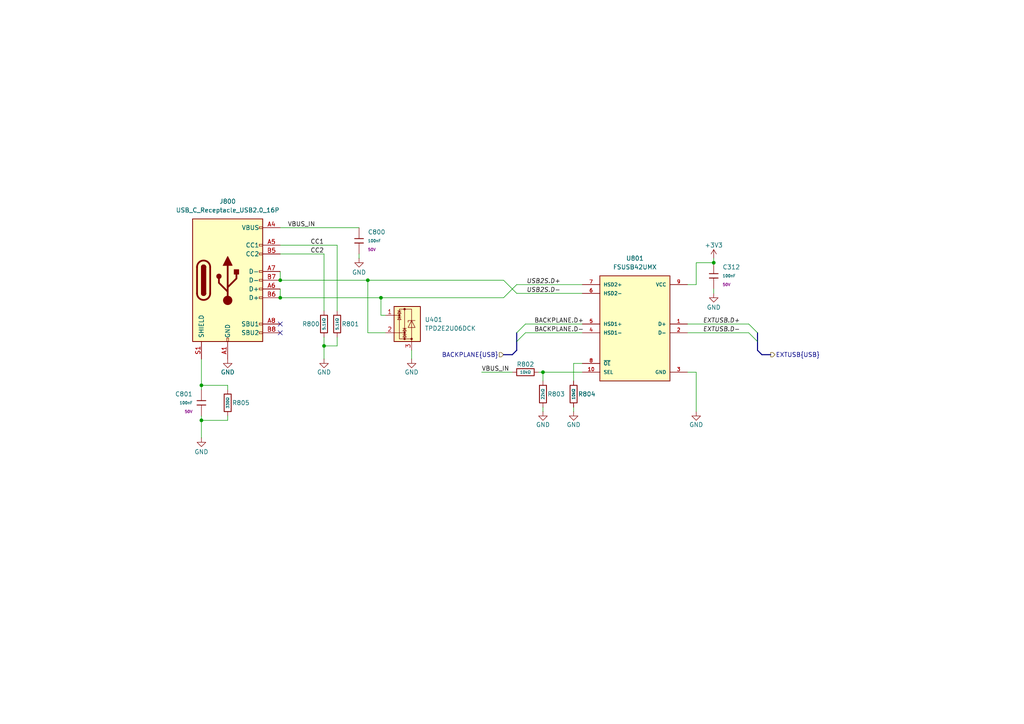
<source format=kicad_sch>
(kicad_sch (version 20250114) (generator "eeschema") (generator_version "9.0")
  (paper "A4")
  (title_block (title "ModuCard power supply unit") (date "2025-08-05") (rev "0") (company "KoNaR") (comment 1 "Base project authors: Dominik Pluta, Artem Horiunov") (comment 2 "Project author: Maciej Chodowiec"))
  (lib_symbols
    (symbol "Connector:USB_C_Receptacle_USB2.0_16P" (pin_names (offset 1.016))
      (property "Reference" "J" (at 0 22.225 0))
      (property "Value" "USB_C_Receptacle_USB2.0_16P" (at 0 19.685 0))
      (symbol "USB_C_Receptacle_USB2.0_16P_0_0"
        (rectangle (start -0.254 -17.78) (end 0.254 -16.764))
        (rectangle (start 10.16 15.494) (end 9.144 14.986))
        (rectangle (start 10.16 10.414) (end 9.144 9.906))
        (rectangle (start 10.16 7.874) (end 9.144 7.366))
        (rectangle (start 10.16 2.794) (end 9.144 2.286))
        (rectangle (start 10.16 0.254) (end 9.144 -0.254))
        (rectangle (start 10.16 -2.286) (end 9.144 -2.794))
        (rectangle (start 10.16 -4.826) (end 9.144 -5.334))
        (rectangle (start 10.16 -12.446) (end 9.144 -12.954))
        (rectangle (start 10.16 -14.986) (end 9.144 -15.494))
      )
      (symbol "USB_C_Receptacle_USB2.0_16P_0_1"
        (rectangle (start -10.16 17.78) (end 10.16 -17.78) (stroke (width 0.254)) (fill (type background)))
        (polyline (pts (xy -8.89 -3.81) (xy -8.89 3.81)) (stroke (width 0.508)))
        (rectangle (start -7.62 -3.81) (end -6.35 3.81) (stroke (width 0.254)) (fill (type outline)))
        (arc (start -7.62 3.81) (mid -6.985 4.4423) (end -6.35 3.81) (stroke (width 0.254)))
        (arc (start -7.62 3.81) (mid -6.985 4.4423) (end -6.35 3.81) (stroke (width 0.254)) (fill (type outline)))
        (arc (start -8.89 3.81) (mid -6.985 5.7067) (end -5.08 3.81) (stroke (width 0.508)))
        (arc (start -5.08 -3.81) (mid -6.985 -5.7067) (end -8.89 -3.81) (stroke (width 0.508)))
        (arc (start -6.35 -3.81) (mid -6.985 -4.4423) (end -7.62 -3.81) (stroke (width 0.254)))
        (arc (start -6.35 -3.81) (mid -6.985 -4.4423) (end -7.62 -3.81) (stroke (width 0.254)) (fill (type outline)))
        (polyline (pts (xy -5.08 3.81) (xy -5.08 -3.81)) (stroke (width 0.508)))
        (circle (center -2.54 1.143) (radius 0.635) (stroke (width 0.254)) (fill (type outline)))
        (polyline (pts (xy -1.27 4.318) (xy 0 6.858) (xy 1.27 4.318) (xy -1.27 4.318)) (stroke (width 0.254)) (fill (type outline)))
        (polyline (pts (xy 0 -2.032) (xy 2.54 0.508) (xy 2.54 1.778)) (stroke (width 0.508)))
        (polyline (pts (xy 0 -3.302) (xy -2.54 -0.762) (xy -2.54 0.508)) (stroke (width 0.508)))
        (polyline (pts (xy 0 -5.842) (xy 0 4.318)) (stroke (width 0.508)))
        (circle (center 0 -5.842) (radius 1.27) (fill (type outline)))
        (rectangle (start 1.905 1.778) (end 3.175 3.048) (stroke (width 0.254)) (fill (type outline)))
      )
      (symbol "USB_C_Receptacle_USB2.0_16P_1_1"
        (pin passive line (at -7.62 -22.86 90) (length 5.08) (name "SHIELD") (number "S1"))
        (pin passive line (at 0 -22.86 90) (length 5.08) (name "GND") (number "A1"))
        (pin passive line (at 0 -22.86 90) (length 5.08) (hide yes) (name "GND") (number "A12"))
        (pin passive line (at 0 -22.86 90) (length 5.08) (hide yes) (name "GND") (number "B1"))
        (pin passive line (at 0 -22.86 90) (length 5.08) (hide yes) (name "GND") (number "B12"))
        (pin passive line (at 15.24 15.24 180) (length 5.08) (name "VBUS") (number "A4"))
        (pin passive line (at 15.24 15.24 180) (length 5.08) (hide yes) (name "VBUS") (number "A9"))
        (pin passive line (at 15.24 15.24 180) (length 5.08) (hide yes) (name "VBUS") (number "B4"))
        (pin passive line (at 15.24 15.24 180) (length 5.08) (hide yes) (name "VBUS") (number "B9"))
        (pin bidirectional line (at 15.24 10.16 180) (length 5.08) (name "CC1") (number "A5"))
        (pin bidirectional line (at 15.24 7.62 180) (length 5.08) (name "CC2") (number "B5"))
        (pin bidirectional line (at 15.24 2.54 180) (length 5.08) (name "D-") (number "A7"))
        (pin bidirectional line (at 15.24 0 180) (length 5.08) (name "D-") (number "B7"))
        (pin bidirectional line (at 15.24 -2.54 180) (length 5.08) (name "D+") (number "A6"))
        (pin bidirectional line (at 15.24 -5.08 180) (length 5.08) (name "D+") (number "B6"))
        (pin bidirectional line (at 15.24 -12.7 180) (length 5.08) (name "SBU1") (number "A8"))
        (pin bidirectional line (at 15.24 -15.24 180) (length 5.08) (name "SBU2") (number "B8"))
      )
    )
    (symbol "FSUSB42UMX:FSUSB42UMX" (pin_names (offset 1.016))
      (property "Reference" "U" (at -10.16 15.748 0))
      (property "Value" "FSUSB42UMX" (at -10.16 -17.78 0))
      (symbol "FSUSB42UMX_0_0"
        (rectangle (start -10.16 15.24) (end 10.16 -15.24) (stroke (width 0.254)) (fill (type background)))
        (pin input line (at -15.24 12.7 0) (length 5.08) (name "HSD2+") (number "7"))
        (pin input line (at -15.24 10.16 0) (length 5.08) (name "HSD2-") (number "6"))
        (pin input line (at -15.24 1.27 0) (length 5.08) (name "HSD1+") (number "5"))
        (pin input line (at -15.24 -1.27 0) (length 5.08) (name "HSD1-") (number "4"))
        (pin input line (at -15.24 -10.16 0) (length 5.08) (name "~{OE}") (number "8"))
        (pin input line (at -15.24 -12.7 0) (length 5.08) (name "SEL") (number "10"))
        (pin power_in line (at 15.24 12.7 180) (length 5.08) (name "VCC") (number "9"))
        (pin bidirectional line (at 15.24 1.27 180) (length 5.08) (name "D+") (number "1"))
        (pin bidirectional line (at 15.24 -1.27 180) (length 5.08) (name "D-") (number "2"))
        (pin power_in line (at 15.24 -12.7 180) (length 5.08) (name "GND") (number "3"))
      )
    )
    (symbol "PCM_JLCPCB-Capacitors:0402,100nF,(2)" (pin_numbers (hide yes)) (pin_names (offset 0))
      (property "Reference" "C" (at 2.032 1.668 0))
      (property "Value" "100nF" (at 2.032 -0.3782 0))
      (property "Voltage Rated" "50V" (at 2.032 -2.0462 0))
      (symbol "0402,100nF,(2)_0_1"
        (polyline (pts (xy -1.27 0.635) (xy 1.27 0.635)) (stroke (width 0.254)))
        (polyline (pts (xy -1.27 -0.635) (xy 1.27 -0.635)) (stroke (width 0.254)))
      )
      (symbol "0402,100nF,(2)_1_1"
        (pin passive line (at 0 3.81 270) (length 3.175) (name "~") (number "1"))
        (pin passive line (at 0 -3.81 90) (length 3.175) (name "~") (number "2"))
      )
    )
    (symbol "PCM_JLCPCB-Resistors:0402,10kΩ" (pin_numbers (hide yes)) (pin_names (offset 0))
      (property "Reference" "R" (at 1.778 0 0))
      (property "Value" "10kΩ" (at 0 0 90))
      (symbol "0402,10kΩ_0_1"
        (rectangle (start -1.016 2.54) (end 1.016 -2.54) (stroke (width 0.254)))
      )
      (symbol "0402,10kΩ_1_1"
        (pin passive line (at 0 3.81 270) (length 1.27) (name "~") (number "1"))
        (pin passive line (at 0 -3.81 90) (length 1.27) (name "~") (number "2"))
      )
    )
    (symbol "PCM_JLCPCB-Resistors:0402,22kΩ" (pin_numbers (hide yes)) (pin_names (offset 0))
      (property "Reference" "R" (at 1.778 0 0))
      (property "Value" "22kΩ" (at 0 0 90))
      (symbol "0402,22kΩ_0_1"
        (rectangle (start -1.016 2.54) (end 1.016 -2.54) (stroke (width 0.254)))
      )
      (symbol "0402,22kΩ_1_1"
        (pin passive line (at 0 3.81 270) (length 1.27) (name "~") (number "1"))
        (pin passive line (at 0 -3.81 90) (length 1.27) (name "~") (number "2"))
      )
    )
    (symbol "PCM_JLCPCB-Resistors:0402,330Ω" (pin_numbers (hide yes)) (pin_names (offset 0))
      (property "Reference" "R" (at 1.778 0 0))
      (property "Value" "330Ω" (at 0 0 90))
      (symbol "0402,330Ω_0_1"
        (rectangle (start -1.016 2.54) (end 1.016 -2.54) (stroke (width 0.254)))
      )
      (symbol "0402,330Ω_1_1"
        (pin passive line (at 0 3.81 270) (length 1.27) (name "~") (number "1"))
        (pin passive line (at 0 -3.81 90) (length 1.27) (name "~") (number "2"))
      )
    )
    (symbol "PCM_JLCPCB-Resistors:0402,5.1kΩ" (pin_numbers (hide yes)) (pin_names (offset 0))
      (property "Reference" "R" (at 1.778 0 0))
      (property "Value" "5.1kΩ" (at 0 0 90))
      (symbol "0402,5.1kΩ_0_1"
        (rectangle (start -1.016 2.54) (end 1.016 -2.54) (stroke (width 0.254)))
      )
      (symbol "0402,5.1kΩ_1_1"
        (pin passive line (at 0 3.81 270) (length 1.27) (name "~") (number "1"))
        (pin passive line (at 0 -3.81 90) (length 1.27) (name "~") (number "2"))
      )
    )
    (symbol "Power_Protection:TPD2E2U06DCK"
      (property "Reference" "U" (at -3.81 6.35 0))
      (property "Value" "TPD2E2U06DCK" (at 0.508 -6.35 0))
      (symbol "TPD2E2U06DCK_0_1"
        (rectangle (start -5.08 5.08) (end 2.54 -5.08) (stroke (width 0.254)) (fill (type background)))
        (rectangle (start -3.556 4.318) (end 0 -4.318))
        (polyline (pts (xy -3.556 3.81) (xy -4.064 3.048) (xy -3.048 3.048) (xy -3.556 3.81)))
        (circle (center -3.556 2.54) (radius 0.254) (fill (type outline)))
        (polyline (pts (xy -3.556 2.54) (xy -5.08 2.54)))
        (polyline (pts (xy -3.556 2.032) (xy -4.064 1.27) (xy -3.048 1.27) (xy -3.556 2.032)))
        (polyline (pts (xy -3.048 3.81) (xy -4.064 3.81)))
        (polyline (pts (xy -3.048 2.032) (xy -4.064 2.032)))
        (circle (center -2.032 4.318) (radius 0.254) (fill (type outline)))
        (polyline (pts (xy -2.032 -1.27) (xy -2.54 -2.032) (xy -1.524 -2.032) (xy -2.032 -1.27)))
        (circle (center -2.032 -2.54) (radius 0.254) (fill (type outline)))
        (polyline (pts (xy -2.032 -2.54) (xy -5.08 -2.54)))
        (polyline (pts (xy -2.032 -3.048) (xy -2.54 -3.81) (xy -1.524 -3.81) (xy -2.032 -3.048)))
        (circle (center -2.032 -4.318) (radius 0.254) (fill (type outline)))
        (polyline (pts (xy -2.032 -4.318) (xy -2.032 4.318)))
        (polyline (pts (xy -1.524 -1.27) (xy -2.54 -1.27)))
        (polyline (pts (xy -1.524 -3.048) (xy -2.54 -3.048)))
        (polyline (pts (xy 0 1.016) (xy 1.016 -1.016) (xy -1.016 -1.016) (xy 0 1.016)))
        (polyline (pts (xy 0 -4.318) (xy 0 -5.08)))
        (circle (center 0 -4.318) (radius 0.254) (fill (type outline)))
        (polyline (pts (xy 1.016 1.016) (xy -1.016 1.016) (xy -1.016 0.508)))
      )
      (symbol "TPD2E2U06DCK_1_1"
        (pin passive line (at -7.62 2.54 0) (length 2.54) (name "~") (number "1"))
        (pin passive line (at -7.62 -2.54 0) (length 2.54) (name "~") (number "2"))
        (pin passive line (at 0 -7.62 90) (length 2.54) (name "~") (number "3"))
      )
    )
    (symbol "power:+5V" (power) (pin_numbers (hide yes)) (pin_names (offset 0) (hide yes))
      (property "Value" "+5V" (at 0 3.556 0))
      (symbol "+5V_0_1"
        (polyline (pts (xy -0.762 1.27) (xy 0 2.54)))
        (polyline (pts (xy 0 2.54) (xy 0.762 1.27)))
        (polyline (pts (xy 0 0) (xy 0 2.54)))
      )
      (symbol "+5V_1_1"
        (pin power_in line (at 0 0 90) (length 0) (name "~") (number "1"))
      )
    )
    (symbol "power:GND" (power) (pin_numbers (hide yes)) (pin_names (offset 0) (hide yes))
      (property "Value" "GND" (at 0 -3.81 0))
      (symbol "GND_0_1"
        (polyline (pts (xy 0 0) (xy 0 -1.27) (xy 1.27 -1.27) (xy 0 -2.54) (xy -1.27 -1.27) (xy 0 -1.27)))
      )
      (symbol "GND_1_1"
        (pin power_in line (at 0 0 270) (length 0) (name "~") (number "1"))
      )
    )
  )
  (junction (at 58.42 111.76))
  (junction (at 58.42 121.92))
  (junction (at 93.98 100.33))
  (junction (at 81.28 81.28))
  (junction (at 207.01 76.2))
  (junction (at 110.49 86.36))
  (junction (at 157.48 107.95))
  (junction (at 81.28 86.36))
  (junction (at 106.68 81.28))
  (no_connect (at 81.28 96.52))
  (no_connect (at 81.28 93.98))
  (bus_entry (at 217.17 96.52) (size 2.54 2.54))
  (bus_entry (at 149.86 99.06) (size 2.54 -2.54))
  (bus_entry (at 217.17 93.98) (size 2.54 2.54))
  (bus_entry (at 149.86 96.52) (size 2.54 -2.54))
  (wire (pts (xy 149.86 85.09) (xy 168.91 85.09)))
  (wire (pts (xy 201.93 107.95) (xy 199.39 107.95)))
  (bus (pts (xy 220.98 102.87) (xy 219.71 101.6)))
  (wire (pts (xy 201.93 76.2) (xy 201.93 82.55)))
  (wire (pts (xy 199.39 93.98) (xy 217.17 93.98)))
  (wire (pts (xy 81.28 78.74) (xy 81.28 81.28)))
  (wire (pts (xy 58.42 120.65) (xy 58.42 121.92)))
  (wire (pts (xy 93.98 73.66) (xy 93.98 90.17)))
  (wire (pts (xy 207.01 83.82) (xy 207.01 85.09)))
  (wire (pts (xy 93.98 97.79) (xy 93.98 100.33)))
  (wire (pts (xy 152.4 96.52) (xy 168.91 96.52)))
  (wire (pts (xy 149.86 82.55) (xy 168.91 82.55)))
  (wire (pts (xy 207.01 74.93) (xy 207.01 76.2)))
  (wire (pts (xy 104.14 73.66) (xy 104.14 74.93)))
  (bus (pts (xy 219.71 96.52) (xy 219.71 99.06)))
  (wire (pts (xy 152.4 93.98) (xy 168.91 93.98)))
  (wire (pts (xy 97.79 97.79) (xy 97.79 100.33)))
  (wire (pts (xy 199.39 96.52) (xy 217.17 96.52)))
  (wire (pts (xy 166.37 118.11) (xy 166.37 119.38)))
  (wire (pts (xy 157.48 118.11) (xy 157.48 119.38)))
  (wire (pts (xy 58.42 104.14) (xy 58.42 111.76)))
  (wire (pts (xy 58.42 121.92) (xy 58.42 127)))
  (bus (pts (xy 220.98 102.87) (xy 223.52 102.87)))
  (wire (pts (xy 66.04 111.76) (xy 58.42 111.76)))
  (wire (pts (xy 93.98 100.33) (xy 93.98 104.14)))
  (bus (pts (xy 148.59 102.87) (xy 149.86 101.6)))
  (wire (pts (xy 149.86 85.09) (xy 146.05 81.28)))
  (wire (pts (xy 81.28 71.12) (xy 97.79 71.12)))
  (wire (pts (xy 207.01 76.2) (xy 201.93 76.2)))
  (wire (pts (xy 149.86 82.55) (xy 146.05 86.36)))
  (wire (pts (xy 106.68 81.28) (xy 146.05 81.28)))
  (wire (pts (xy 81.28 81.28) (xy 106.68 81.28)))
  (wire (pts (xy 81.28 83.82) (xy 81.28 86.36)))
  (wire (pts (xy 110.49 86.36) (xy 110.49 91.44)))
  (wire (pts (xy 81.28 86.36) (xy 110.49 86.36)))
  (wire (pts (xy 110.49 86.36) (xy 146.05 86.36)))
  (wire (pts (xy 119.38 101.6) (xy 119.38 104.14)))
  (wire (pts (xy 156.21 107.95) (xy 157.48 107.95)))
  (bus (pts (xy 146.05 102.87) (xy 148.59 102.87)))
  (wire (pts (xy 66.04 111.76) (xy 66.04 113.03)))
  (bus (pts (xy 219.71 99.06) (xy 219.71 101.6)))
  (wire (pts (xy 201.93 119.38) (xy 201.93 107.95)))
  (bus (pts (xy 149.86 96.52) (xy 149.86 99.06)))
  (wire (pts (xy 111.76 96.52) (xy 106.68 96.52)))
  (wire (pts (xy 81.28 73.66) (xy 93.98 73.66)))
  (wire (pts (xy 58.42 111.76) (xy 58.42 113.03)))
  (wire (pts (xy 157.48 107.95) (xy 157.48 110.49)))
  (wire (pts (xy 81.28 66.04) (xy 104.14 66.04)))
  (bus (pts (xy 149.86 99.06) (xy 149.86 101.6)))
  (wire (pts (xy 139.7 107.95) (xy 148.59 107.95)))
  (wire (pts (xy 97.79 90.17) (xy 97.79 71.12)))
  (wire (pts (xy 66.04 120.65) (xy 66.04 121.92)))
  (wire (pts (xy 157.48 107.95) (xy 168.91 107.95)))
  (wire (pts (xy 166.37 105.41) (xy 166.37 110.49)))
  (wire (pts (xy 166.37 105.41) (xy 168.91 105.41)))
  (wire (pts (xy 106.68 81.28) (xy 106.68 96.52)))
  (wire (pts (xy 66.04 121.92) (xy 58.42 121.92)))
  (wire (pts (xy 199.39 82.55) (xy 201.93 82.55)))
  (wire (pts (xy 111.76 91.44) (xy 110.49 91.44)))
  (wire (pts (xy 93.98 100.33) (xy 97.79 100.33)))
  (label "CC1" (at 93.98 71.12 180))
  (label "BACKPLANE.D-" (at 154.94 96.52 0))
  (label "BACKPLANE.D+" (at 154.94 93.98 0))
  (label "EXTUSB.D-" (at 214.63 96.52 180) (effects (font (italic yes))))
  (label "USB2S.D-" (at 162.56 85.09 180) (effects (font (italic yes))))
  (label "EXTUSB.D+" (at 214.63 93.98 180) (effects (font (italic yes))))
  (label "CC2" (at 93.98 73.66 180))
  (label "VBUS_IN" (at 91.44 66.04 180))
  (label "USB2S.D+" (at 162.56 82.55 180) (effects (font (italic yes))))
  (label "VBUS_IN" (at 139.7 107.95 0))
  (hierarchical_label "EXTUSB{USB}" (shape output) (at 223.52 102.87 0))
  (hierarchical_label "BACKPLANE{USB}" (shape input) (at 146.05 102.87 180))
  (symbol (lib_id "PCM_JLCPCB-Capacitors:0402,100nF,(2)") (at 104.14 69.85 0) (unit 1)
    (property "Reference" "C800" (at 106.68 67.3099 0) (effects (justify left)))
    (property "Value" "100nF" (at 106.68 69.85 0) (effects (font (size 0.8 0.8)) (justify left)))
    (property "Footprint" "PCM_JLCPCB:C_0402" (effects (hide yes)))
    (property "Datasheet" "https://www.lcsc.com/datasheet/lcsc_datasheet_2304140030_Samsung-Electro-Mechanics-CL05B104KB54PNC_C307331.pdf" (effects (hide yes)))
    (property "Description" "50V 100nF X7R ±10% 0402 Multilayer Ceramic Capacitors MLCC - SMD/SMT ROHS" (effects (hide yes)))
    (property "LCSC" "C307331" (effects (hide yes)))
    (property "Stock" "8389599" (effects (hide yes)))
    (property "Price" "0.008USD" (effects (hide yes)))
    (property "Process" "SMT" (effects (hide yes)))
    (property "Minimum Qty" "20" (effects (hide yes)))
    (property "Attrition Qty" "10" (effects (hide yes)))
    (property "Class" "Basic Component" (effects (hide yes)))
    (property "Category" "Capacitors,Multilayer Ceramic Capacitors MLCC - SMD/SMT" (effects (hide yes)))
    (property "Manufacturer" "Samsung Electro-Mechanics" (effects (hide yes)))
    (property "Part" "CL05B104KB54PNC" (effects (hide yes)))
    (property "Voltage Rated" "50V" (at 106.68 72.39 0) (effects (font (size 0.8 0.8)) (justify left)))
    (property "Tolerance" "±10%" (effects (hide yes)))
    (property "Capacitance" "100nF" (effects (hide yes)))
    (property "Temperature Coefficient" "X7R" (effects (hide yes)))
  )
  (symbol (lib_id "PCM_JLCPCB-Resistors:0402,22kΩ") (at 157.48 114.3 0) (unit 1)
    (property "Reference" "R803" (at 158.75 114.3 0) (effects (justify left)))
    (property "Value" "22kΩ" (at 157.48 114.3 90) (effects (font (size 0.8 0.8))))
    (property "Footprint" "PCM_JLCPCB:R_0402" (effects (hide yes)))
    (property "Datasheet" "https://www.lcsc.com/datasheet/lcsc_datasheet_2206010100_UNI-ROYAL-Uniroyal-Elec-0402WGF2202TCE_C25768.pdf" (effects (hide yes)))
    (property "Description" "62.5mW Thick Film Resistors 50V ±100ppm/°C ±1% 22kΩ 0402 Chip Resistor - Surface Mount ROHS" (effects (hide yes)))
    (property "LCSC" "C25768" (effects (hide yes)))
    (property "Stock" "929397" (effects (hide yes)))
    (property "Price" "0.004USD" (effects (hide yes)))
    (property "Process" "SMT" (effects (hide yes)))
    (property "Minimum Qty" "20" (effects (hide yes)))
    (property "Attrition Qty" "10" (effects (hide yes)))
    (property "Class" "Basic Component" (effects (hide yes)))
    (property "Category" "Resistors,Chip Resistor - Surface Mount" (effects (hide yes)))
    (property "Manufacturer" "UNI-ROYAL(Uniroyal Elec)" (effects (hide yes)))
    (property "Part" "0402WGF2202TCE" (effects (hide yes)))
    (property "Resistance" "22kΩ" (effects (hide yes)))
    (property "Power(Watts)" "62.5mW" (effects (hide yes)))
    (property "Type" "Thick Film Resistors" (effects (hide yes)))
    (property "Overload Voltage (Max)" "50V" (effects (hide yes)))
    (property "Operating Temperature Range" "-55°C~+155°C" (effects (hide yes)))
    (property "Tolerance" "±1%" (effects (hide yes)))
    (property "Temperature Coefficient" "±100ppm/°C" (effects (hide yes)))
  )
  (symbol (lib_id "PCM_JLCPCB-Resistors:0402,10kΩ") (at 166.37 114.3 0) (unit 1)
    (property "Reference" "R804" (at 167.64 114.3 0) (effects (justify left)))
    (property "Value" "10kΩ" (at 166.37 114.3 90) (effects (font (size 0.8 0.8))))
    (property "Footprint" "PCM_JLCPCB:R_0402" (effects (hide yes)))
    (property "Datasheet" "https://www.lcsc.com/datasheet/lcsc_datasheet_2411221126_UNI-ROYAL-Uniroyal-Elec-0402WGF1002TCE_C25744.pdf" (effects (hide yes)))
    (property "Description" "62.5mW Thick Film Resistors 50V ±100ppm/°C ±1% 10kΩ 0402 Chip Resistor - Surface Mount ROHS" (effects (hide yes)))
    (property "LCSC" "C25744" (effects (hide yes)))
    (property "Stock" "24372091" (effects (hide yes)))
    (property "Price" "0.004USD" (effects (hide yes)))
    (property "Process" "SMT" (effects (hide yes)))
    (property "Minimum Qty" "20" (effects (hide yes)))
    (property "Attrition Qty" "10" (effects (hide yes)))
    (property "Class" "Basic Component" (effects (hide yes)))
    (property "Category" "Resistors,Chip Resistor - Surface Mount" (effects (hide yes)))
    (property "Manufacturer" "UNI-ROYAL(Uniroyal Elec)" (effects (hide yes)))
    (property "Part" "0402WGF1002TCE" (effects (hide yes)))
    (property "Resistance" "10kΩ" (effects (hide yes)))
    (property "Power(Watts)" "62.5mW" (effects (hide yes)))
    (property "Type" "Thick Film Resistors" (effects (hide yes)))
    (property "Overload Voltage (Max)" "50V" (effects (hide yes)))
    (property "Operating Temperature Range" "-55°C~+155°C" (effects (hide yes)))
    (property "Tolerance" "±1%" (effects (hide yes)))
    (property "Temperature Coefficient" "±100ppm/°C" (effects (hide yes)))
  )
  (symbol (lib_id "power:GND") (at 119.38 104.14 0) (mirror y) (unit 1)
    (property "Reference" "#PWR0802" (effects (hide yes)))
    (property "Value" "GND" (at 119.38 107.95 0))
    (property "Description" "Power symbol creates a global label with name \"GND\" , ground" (effects (hide yes)))
  )
  (symbol (lib_id "PCM_JLCPCB-Capacitors:0402,100nF,(2)") (at 58.42 116.84 0) (unit 1)
    (property "Reference" "C801" (at 55.88 114.2999 0) (effects (justify right)))
    (property "Value" "100nF" (at 55.88 116.84 0) (effects (font (size 0.8 0.8)) (justify right)))
    (property "Footprint" "PCM_JLCPCB:C_0402" (effects (hide yes)))
    (property "Datasheet" "https://www.lcsc.com/datasheet/lcsc_datasheet_2304140030_Samsung-Electro-Mechanics-CL05B104KB54PNC_C307331.pdf" (effects (hide yes)))
    (property "Description" "50V 100nF X7R ±10% 0402 Multilayer Ceramic Capacitors MLCC - SMD/SMT ROHS" (effects (hide yes)))
    (property "LCSC" "C307331" (effects (hide yes)))
    (property "Stock" "8389599" (effects (hide yes)))
    (property "Price" "0.008USD" (effects (hide yes)))
    (property "Process" "SMT" (effects (hide yes)))
    (property "Minimum Qty" "20" (effects (hide yes)))
    (property "Attrition Qty" "10" (effects (hide yes)))
    (property "Class" "Basic Component" (effects (hide yes)))
    (property "Category" "Capacitors,Multilayer Ceramic Capacitors MLCC - SMD/SMT" (effects (hide yes)))
    (property "Manufacturer" "Samsung Electro-Mechanics" (effects (hide yes)))
    (property "Part" "CL05B104KB54PNC" (effects (hide yes)))
    (property "Voltage Rated" "50V" (at 55.88 119.38 0) (effects (font (size 0.8 0.8)) (justify right)))
    (property "Tolerance" "±10%" (effects (hide yes)))
    (property "Capacitance" "100nF" (effects (hide yes)))
    (property "Temperature Coefficient" "X7R" (effects (hide yes)))
  )
  (symbol (lib_id "Power_Protection:TPD2E2U06DCK") (at 119.38 93.98 0) (unit 1)
    (property "Reference" "U401" (at 123.19 92.7099 0) (effects (justify left)))
    (property "Value" "TPD2E2U06DCK" (at 123.19 95.2499 0) (effects (justify left)))
    (property "Footprint" "Package_TO_SOT_SMD:SOT-323_SC-70" (effects (hide yes)))
    (property "Datasheet" "http://www.ti.com/lit/ds/symlink/tpd2e2u06.pdf" (effects (hide yes)))
    (property "Description" "Dual-Channel High-Speed ESD Protection, SC-70" (effects (hide yes)))
    (property "LCSC" "C5350871" (effects (hide yes)))
  )
  (symbol (lib_id "power:GND") (at 201.93 119.38 0) (unit 1)
    (property "Reference" "#PWR0805" (effects (hide yes)))
    (property "Value" "GND" (at 201.93 123.19 0))
    (property "Description" "Power symbol creates a global label with name \"GND\" , ground" (effects (hide yes)))
  )
  (symbol (lib_id "power:GND") (at 58.42 127 0) (unit 1)
    (property "Reference" "#PWR0808" (effects (hide yes)))
    (property "Value" "GND" (at 58.42 131.064 0))
    (property "Description" "Power symbol creates a global label with name \"GND\" , ground" (effects (hide yes)))
  )
  (symbol (lib_id "power:GND") (at 66.04 104.14 0) (mirror y) (unit 1)
    (property "Reference" "#PWR0804" (effects (hide yes)))
    (property "Value" "GND" (at 66.04 107.95 0))
    (property "Description" "Power symbol creates a global label with name \"GND\" , ground" (effects (hide yes)))
  )
  (symbol (lib_id "power:GND") (at 157.48 119.38 0) (unit 1)
    (property "Reference" "#PWR0806" (effects (hide yes)))
    (property "Value" "GND" (at 157.48 123.19 0))
    (property "Description" "Power symbol creates a global label with name \"GND\" , ground" (effects (hide yes)))
  )
  (symbol (lib_id "power:GND") (at 166.37 119.38 0) (unit 1)
    (property "Reference" "#PWR0807" (effects (hide yes)))
    (property "Value" "GND" (at 166.37 123.19 0))
    (property "Description" "Power symbol creates a global label with name \"GND\" , ground" (effects (hide yes)))
  )
  (symbol (lib_id "power:GND") (at 104.14 74.93 0) (unit 1)
    (property "Reference" "#PWR0800" (effects (hide yes)))
    (property "Value" "GND" (at 104.14 78.994 0))
    (property "Description" "Power symbol creates a global label with name \"GND\" , ground" (effects (hide yes)))
  )
  (symbol (lib_id "power:GND") (at 207.01 85.09 0) (unit 1)
    (property "Reference" "#PWR0330" (effects (hide yes)))
    (property "Value" "GND" (at 207.01 89.154 0))
    (property "Description" "Power symbol creates a global label with name \"GND\" , ground" (effects (hide yes)))
  )
  (symbol (lib_id "FSUSB42UMX:FSUSB42UMX") (at 184.15 95.25 0) (unit 1)
    (property "Reference" "U801" (at 184.15 74.93 0))
    (property "Value" "FSUSB42UMX" (at 184.15 77.47 0))
    (property "Footprint" "kicad-footprints:UFQFN-10_1.4x1.8" (effects (hide yes)))
    (property "Datasheet" "https://www.lcsc.com/datasheet/lcsc_datasheet_2410121755_onsemi-FSUSB42UMX_C11145.pdf" (effects (hide yes)))
    (property "MF" "ON Semiconductor" (effects (hide yes)))
    (property "Description_1" "\n                        \n                            USB Switch IC 1 Channel 10-UMLP (1.8x1.4)\n                        \n" (effects (hide yes)))
    (property "Package" "UQFN-10 ON Semiconductor" (effects (hide yes)))
    (property "Price" "None" (effects (hide yes)))
    (property "Check_prices" "https://www.snapeda.com/parts/FSUSB42UMX/Onsemi/view-part/?ref=eda" (effects (hide yes)))
    (property "STANDARD" "Manufacturer Recommendations" (effects (hide yes)))
    (property "PARTREV" "1.25" (effects (hide yes)))
    (property "SnapEDA_Link" "https://www.snapeda.com/parts/FSUSB42UMX/Onsemi/view-part/?ref=snap" (effects (hide yes)))
    (property "MP" "FSUSB42UMX" (effects (hide yes)))
    (property "Availability" "In Stock" (effects (hide yes)))
    (property "MANUFACTURER" "ON Semiconductor" (effects (hide yes)))
    (property "LCSC" "C49186231" (effects (hide yes)))
  )
  (symbol (lib_id "PCM_JLCPCB-Capacitors:0402,100nF,(2)") (at 207.01 80.01 0) (unit 1)
    (property "Reference" "C312" (at 209.55 77.4699 0) (effects (justify left)))
    (property "Value" "100nF" (at 209.55 80.01 0) (effects (font (size 0.8 0.8)) (justify left)))
    (property "Footprint" "PCM_JLCPCB:C_0402" (effects (hide yes)))
    (property "Datasheet" "https://www.lcsc.com/datasheet/lcsc_datasheet_2304140030_Samsung-Electro-Mechanics-CL05B104KB54PNC_C307331.pdf" (effects (hide yes)))
    (property "Description" "50V 100nF X7R ±10% 0402 Multilayer Ceramic Capacitors MLCC - SMD/SMT ROHS" (effects (hide yes)))
    (property "LCSC" "C307331" (effects (hide yes)))
    (property "Stock" "8389599" (effects (hide yes)))
    (property "Price" "0.008USD" (effects (hide yes)))
    (property "Process" "SMT" (effects (hide yes)))
    (property "Minimum Qty" "20" (effects (hide yes)))
    (property "Attrition Qty" "10" (effects (hide yes)))
    (property "Class" "Basic Component" (effects (hide yes)))
    (property "Category" "Capacitors,Multilayer Ceramic Capacitors MLCC - SMD/SMT" (effects (hide yes)))
    (property "Manufacturer" "Samsung Electro-Mechanics" (effects (hide yes)))
    (property "Part" "CL05B104KB54PNC" (effects (hide yes)))
    (property "Voltage Rated" "50V" (at 209.55 82.55 0) (effects (font (size 0.8 0.8)) (justify left)))
    (property "Tolerance" "±10%" (effects (hide yes)))
    (property "Capacitance" "100nF" (effects (hide yes)))
    (property "Temperature Coefficient" "X7R" (effects (hide yes)))
  )
  (symbol (lib_id "PCM_JLCPCB-Resistors:0402,330Ω") (at 66.04 116.84 0) (unit 1)
    (property "Reference" "R805" (at 67.31 116.84 0) (effects (justify left)))
    (property "Value" "330Ω" (at 66.04 116.84 90) (effects (font (size 0.8 0.8))))
    (property "Footprint" "PCM_JLCPCB:R_0402" (effects (hide yes)))
    (property "Datasheet" "https://www.lcsc.com/datasheet/lcsc_datasheet_2205311900_UNI-ROYAL-Uniroyal-Elec-0402WGF3300TCE_C25104.pdf" (effects (hide yes)))
    (property "Description" "62.5mW Thick Film Resistors 50V ±100ppm/°C ±1% 330Ω 0402 Chip Resistor - Surface Mount ROHS" (effects (hide yes)))
    (property "LCSC" "C25104" (effects (hide yes)))
    (property "Stock" "1159127" (effects (hide yes)))
    (property "Price" "0.004USD" (effects (hide yes)))
    (property "Process" "SMT" (effects (hide yes)))
    (property "Minimum Qty" "20" (effects (hide yes)))
    (property "Attrition Qty" "10" (effects (hide yes)))
    (property "Class" "Basic Component" (effects (hide yes)))
    (property "Category" "Resistors,Chip Resistor - Surface Mount" (effects (hide yes)))
    (property "Manufacturer" "UNI-ROYAL(Uniroyal Elec)" (effects (hide yes)))
    (property "Part" "0402WGF3300TCE" (effects (hide yes)))
    (property "Resistance" "330Ω" (effects (hide yes)))
    (property "Power(Watts)" "62.5mW" (effects (hide yes)))
    (property "Type" "Thick Film Resistors" (effects (hide yes)))
    (property "Overload Voltage (Max)" "50V" (effects (hide yes)))
    (property "Operating Temperature Range" "-55°C~+155°C" (effects (hide yes)))
    (property "Tolerance" "±1%" (effects (hide yes)))
    (property "Temperature Coefficient" "±100ppm/°C" (effects (hide yes)))
  )
  (symbol (lib_id "Connector:USB_C_Receptacle_USB2.0_16P") (at 66.04 81.28 0) (unit 1)
    (property "Reference" "J800" (at 66.04 58.42 0))
    (property "Value" "USB_C_Receptacle_USB2.0_16P" (at 66.04 60.96 0))
    (property "Footprint" "Connector_USB:USB_C_Receptacle_GCT_USB4105-xx-A_16P_TopMnt_Horizontal" (effects (hide yes)))
    (property "Datasheet" "https://www.usb.org/sites/default/files/documents/usb_type-c.zip" (effects (hide yes)))
    (property "Description" "USB 2.0-only 16P Type-C Receptacle connector" (effects (hide yes)))
  )
  (symbol (lib_id "PCM_JLCPCB-Resistors:0402,5.1kΩ") (at 97.79 93.98 0) (unit 1)
    (property "Reference" "R801" (at 99.06 93.98 0) (effects (justify left)))
    (property "Value" "5.1kΩ" (at 97.79 93.98 90) (effects (font (size 0.8 0.8))))
    (property "Footprint" "PCM_JLCPCB:R_0402" (effects (hide yes)))
    (property "Datasheet" "https://www.lcsc.com/datasheet/lcsc_datasheet_2206010045_UNI-ROYAL-Uniroyal-Elec-0402WGF5101TCE_C25905.pdf" (effects (hide yes)))
    (property "Description" "62.5mW Thick Film Resistors 50V ±100ppm/°C ±1% 5.1kΩ 0402 Chip Resistor - Surface Mount ROHS" (effects (hide yes)))
    (property "LCSC" "C25905" (effects (hide yes)))
    (property "Stock" "3534773" (effects (hide yes)))
    (property "Price" "0.004USD" (effects (hide yes)))
    (property "Process" "SMT" (effects (hide yes)))
    (property "Minimum Qty" "20" (effects (hide yes)))
    (property "Attrition Qty" "10" (effects (hide yes)))
    (property "Class" "Basic Component" (effects (hide yes)))
    (property "Category" "Resistors,Chip Resistor - Surface Mount" (effects (hide yes)))
    (property "Manufacturer" "UNI-ROYAL(Uniroyal Elec)" (effects (hide yes)))
    (property "Part" "0402WGF5101TCE" (effects (hide yes)))
    (property "Resistance" "5.1kΩ" (effects (hide yes)))
    (property "Power(Watts)" "62.5mW" (effects (hide yes)))
    (property "Type" "Thick Film Resistors" (effects (hide yes)))
    (property "Overload Voltage (Max)" "50V" (effects (hide yes)))
    (property "Operating Temperature Range" "-55°C~+155°C" (effects (hide yes)))
    (property "Tolerance" "±1%" (effects (hide yes)))
    (property "Temperature Coefficient" "±100ppm/°C" (effects (hide yes)))
  )
  (symbol (lib_id "power:+5V") (at 207.01 74.93 0) (mirror y) (unit 1)
    (property "Reference" "#PWR0801" (effects (hide yes)))
    (property "Value" "+3V3" (at 207.01 71.12 0))
    (property "Description" "Power symbol creates a global label with name \"+5V\"" (effects (hide yes)))
  )
  (symbol (lib_id "PCM_JLCPCB-Resistors:0402,5.1kΩ") (at 93.98 93.98 0) (unit 1)
    (property "Reference" "R800" (at 87.63 93.98 0) (effects (justify left)))
    (property "Value" "5.1kΩ" (at 93.98 93.98 90) (effects (font (size 0.8 0.8))))
    (property "Footprint" "PCM_JLCPCB:R_0402" (effects (hide yes)))
    (property "Datasheet" "https://www.lcsc.com/datasheet/lcsc_datasheet_2206010045_UNI-ROYAL-Uniroyal-Elec-0402WGF5101TCE_C25905.pdf" (effects (hide yes)))
    (property "Description" "62.5mW Thick Film Resistors 50V ±100ppm/°C ±1% 5.1kΩ 0402 Chip Resistor - Surface Mount ROHS" (effects (hide yes)))
    (property "LCSC" "C25905" (effects (hide yes)))
    (property "Stock" "3534773" (effects (hide yes)))
    (property "Price" "0.004USD" (effects (hide yes)))
    (property "Process" "SMT" (effects (hide yes)))
    (property "Minimum Qty" "20" (effects (hide yes)))
    (property "Attrition Qty" "10" (effects (hide yes)))
    (property "Class" "Basic Component" (effects (hide yes)))
    (property "Category" "Resistors,Chip Resistor - Surface Mount" (effects (hide yes)))
    (property "Manufacturer" "UNI-ROYAL(Uniroyal Elec)" (effects (hide yes)))
    (property "Part" "0402WGF5101TCE" (effects (hide yes)))
    (property "Resistance" "5.1kΩ" (effects (hide yes)))
    (property "Power(Watts)" "62.5mW" (effects (hide yes)))
    (property "Type" "Thick Film Resistors" (effects (hide yes)))
    (property "Overload Voltage (Max)" "50V" (effects (hide yes)))
    (property "Operating Temperature Range" "-55°C~+155°C" (effects (hide yes)))
    (property "Tolerance" "±1%" (effects (hide yes)))
    (property "Temperature Coefficient" "±100ppm/°C" (effects (hide yes)))
  )
  (symbol (lib_id "PCM_JLCPCB-Resistors:0402,10kΩ") (at 152.4 107.95 90) (unit 1)
    (property "Reference" "R802" (at 152.4 105.664 90))
    (property "Value" "10kΩ" (at 152.4 107.95 90) (effects (font (size 0.8 0.8))))
    (property "Footprint" "PCM_JLCPCB:R_0402" (effects (hide yes)))
    (property "Datasheet" "https://www.lcsc.com/datasheet/lcsc_datasheet_2411221126_UNI-ROYAL-Uniroyal-Elec-0402WGF1002TCE_C25744.pdf" (effects (hide yes)))
    (property "Description" "62.5mW Thick Film Resistors 50V ±100ppm/°C ±1% 10kΩ 0402 Chip Resistor - Surface Mount ROHS" (effects (hide yes)))
    (property "LCSC" "C25744" (effects (hide yes)))
    (property "Stock" "24372091" (effects (hide yes)))
    (property "Price" "0.004USD" (effects (hide yes)))
    (property "Process" "SMT" (effects (hide yes)))
    (property "Minimum Qty" "20" (effects (hide yes)))
    (property "Attrition Qty" "10" (effects (hide yes)))
    (property "Class" "Basic Component" (effects (hide yes)))
    (property "Category" "Resistors,Chip Resistor - Surface Mount" (effects (hide yes)))
    (property "Manufacturer" "UNI-ROYAL(Uniroyal Elec)" (effects (hide yes)))
    (property "Part" "0402WGF1002TCE" (effects (hide yes)))
    (property "Resistance" "10kΩ" (effects (hide yes)))
    (property "Power(Watts)" "62.5mW" (effects (hide yes)))
    (property "Type" "Thick Film Resistors" (effects (hide yes)))
    (property "Overload Voltage (Max)" "50V" (effects (hide yes)))
    (property "Operating Temperature Range" "-55°C~+155°C" (effects (hide yes)))
    (property "Tolerance" "±1%" (effects (hide yes)))
    (property "Temperature Coefficient" "±100ppm/°C" (effects (hide yes)))
  )
  (symbol (lib_id "power:GND") (at 93.98 104.14 0) (mirror y) (unit 1)
    (property "Reference" "#PWR0803" (effects (hide yes)))
    (property "Value" "GND" (at 93.98 107.95 0))
    (property "Description" "Power symbol creates a global label with name \"GND\" , ground" (effects (hide yes)))
  )
)
</source>
